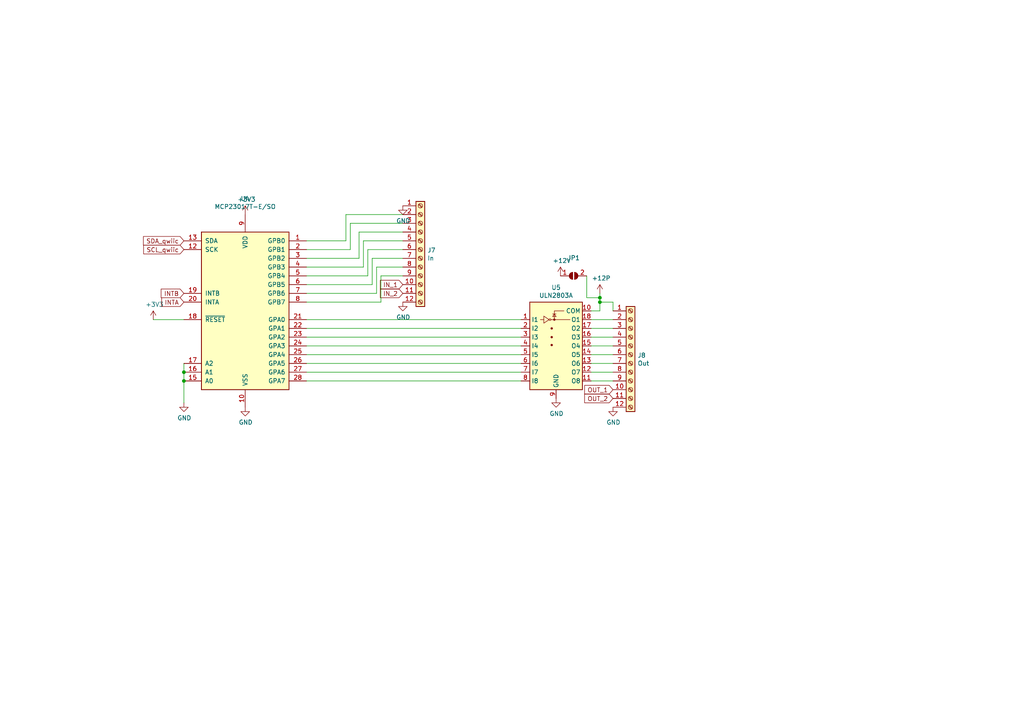
<source format=kicad_sch>
(kicad_sch (version 20230121) (generator eeschema)
  (paper "A4")
  (lib_symbols
    (symbol "CameraTriggerSensorNodeOnly-rescue:+3.3V-power" (power) (pin_names (offset 0))
      (property "Value" "+3.3V-power" (at 0 3.556 0))
      (symbol "+3.3V-power_0_1"
        (polyline (pts (xy -0.762 1.27) (xy 0 2.54)))
        (polyline (pts (xy 0 0) (xy 0 2.54)))
        (polyline (pts (xy 0 2.54) (xy 0.762 1.27)))
      )
      (symbol "+3.3V-power_1_1"
        (pin power_in line (at 0 0 90) (length 0) hide (name "+3V3") (number "1"))
      )
    )
    (symbol "Connector:Screw_Terminal_01x12" (pin_names (offset 1.016) hide)
      (property "Reference" "J" (at 0 15.24 0))
      (property "Value" "Screw_Terminal_01x12" (at 0 -17.78 0))
      (symbol "Screw_Terminal_01x12_1_1"
        (rectangle (start -1.27 13.97) (end 1.27 -16.51) (stroke (width 0.254)) (fill (type background)))
        (circle (center 0 -15.24) (radius 0.635) (stroke (width 0.1524)))
        (circle (center 0 -12.7) (radius 0.635) (stroke (width 0.1524)))
        (circle (center 0 -10.16) (radius 0.635) (stroke (width 0.1524)))
        (circle (center 0 -7.62) (radius 0.635) (stroke (width 0.1524)))
        (circle (center 0 -5.08) (radius 0.635) (stroke (width 0.1524)))
        (circle (center 0 -2.54) (radius 0.635) (stroke (width 0.1524)))
        (polyline (pts (xy -0.5334 -14.9098) (xy 0.3302 -15.748)) (stroke (width 0.1524)))
        (polyline (pts (xy -0.5334 -12.3698) (xy 0.3302 -13.208)) (stroke (width 0.1524)))
        (polyline (pts (xy -0.5334 -9.8298) (xy 0.3302 -10.668)) (stroke (width 0.1524)))
        (polyline (pts (xy -0.5334 -7.2898) (xy 0.3302 -8.128)) (stroke (width 0.1524)))
        (polyline (pts (xy -0.5334 -4.7498) (xy 0.3302 -5.588)) (stroke (width 0.1524)))
        (polyline (pts (xy -0.5334 -2.2098) (xy 0.3302 -3.048)) (stroke (width 0.1524)))
        (polyline (pts (xy -0.5334 0.3302) (xy 0.3302 -0.508)) (stroke (width 0.1524)))
        (polyline (pts (xy -0.5334 2.8702) (xy 0.3302 2.032)) (stroke (width 0.1524)))
        (polyline (pts (xy -0.5334 5.4102) (xy 0.3302 4.572)) (stroke (width 0.1524)))
        (polyline (pts (xy -0.5334 7.9502) (xy 0.3302 7.112)) (stroke (width 0.1524)))
        (polyline (pts (xy -0.5334 10.4902) (xy 0.3302 9.652)) (stroke (width 0.1524)))
        (polyline (pts (xy -0.5334 13.0302) (xy 0.3302 12.192)) (stroke (width 0.1524)))
        (polyline (pts (xy -0.3556 -14.732) (xy 0.508 -15.5702)) (stroke (width 0.1524)))
        (polyline (pts (xy -0.3556 -12.192) (xy 0.508 -13.0302)) (stroke (width 0.1524)))
        (polyline (pts (xy -0.3556 -9.652) (xy 0.508 -10.4902)) (stroke (width 0.1524)))
        (polyline (pts (xy -0.3556 -7.112) (xy 0.508 -7.9502)) (stroke (width 0.1524)))
        (polyline (pts (xy -0.3556 -4.572) (xy 0.508 -5.4102)) (stroke (width 0.1524)))
        (polyline (pts (xy -0.3556 -2.032) (xy 0.508 -2.8702)) (stroke (width 0.1524)))
        (polyline (pts (xy -0.3556 0.508) (xy 0.508 -0.3302)) (stroke (width 0.1524)))
        (polyline (pts (xy -0.3556 3.048) (xy 0.508 2.2098)) (stroke (width 0.1524)))
        (polyline (pts (xy -0.3556 5.588) (xy 0.508 4.7498)) (stroke (width 0.1524)))
        (polyline (pts (xy -0.3556 8.128) (xy 0.508 7.2898)) (stroke (width 0.1524)))
        (polyline (pts (xy -0.3556 10.668) (xy 0.508 9.8298)) (stroke (width 0.1524)))
        (polyline (pts (xy -0.3556 13.208) (xy 0.508 12.3698)) (stroke (width 0.1524)))
        (circle (center 0 0) (radius 0.635) (stroke (width 0.1524)))
        (circle (center 0 2.54) (radius 0.635) (stroke (width 0.1524)))
        (circle (center 0 5.08) (radius 0.635) (stroke (width 0.1524)))
        (circle (center 0 7.62) (radius 0.635) (stroke (width 0.1524)))
        (circle (center 0 10.16) (radius 0.635) (stroke (width 0.1524)))
        (circle (center 0 12.7) (radius 0.635) (stroke (width 0.1524)))
        (pin passive line (at -5.08 12.7 0) (length 3.81) (name "Pin_1") (number "1"))
        (pin passive line (at -5.08 -10.16 0) (length 3.81) (name "Pin_10") (number "10"))
        (pin passive line (at -5.08 -12.7 0) (length 3.81) (name "Pin_11") (number "11"))
        (pin passive line (at -5.08 -15.24 0) (length 3.81) (name "Pin_12") (number "12"))
        (pin passive line (at -5.08 10.16 0) (length 3.81) (name "Pin_2") (number "2"))
        (pin passive line (at -5.08 7.62 0) (length 3.81) (name "Pin_3") (number "3"))
        (pin passive line (at -5.08 5.08 0) (length 3.81) (name "Pin_4") (number "4"))
        (pin passive line (at -5.08 2.54 0) (length 3.81) (name "Pin_5") (number "5"))
        (pin passive line (at -5.08 0 0) (length 3.81) (name "Pin_6") (number "6"))
        (pin passive line (at -5.08 -2.54 0) (length 3.81) (name "Pin_7") (number "7"))
        (pin passive line (at -5.08 -5.08 0) (length 3.81) (name "Pin_8") (number "8"))
        (pin passive line (at -5.08 -7.62 0) (length 3.81) (name "Pin_9") (number "9"))
      )
    )
    (symbol "Interface_Expansion:MCP23017_SO" (pin_names (offset 1.016))
      (property "Reference" "U" (at -11.43 24.13 0))
      (property "Value" "MCP23017_SO" (at 0 0 0))
      (symbol "MCP23017_SO_0_1"
        (rectangle (start -12.7 22.86) (end 12.7 -22.86) (stroke (width 0.254)) (fill (type background)))
      )
      (symbol "MCP23017_SO_1_1"
        (pin bidirectional line (at 17.78 20.32 180) (length 5.08) (name "GPB0") (number "1"))
        (pin power_in line (at 0 -27.94 90) (length 5.08) (name "VSS") (number "10"))
        (pin no_connect line (at -12.7 15.24 0) (length 5.08) hide (name "NC") (number "11"))
        (pin input line (at -17.78 17.78 0) (length 5.08) (name "SCK") (number "12"))
        (pin bidirectional line (at -17.78 20.32 0) (length 5.08) (name "SDA") (number "13"))
        (pin no_connect line (at -12.7 12.7 0) (length 5.08) hide (name "NC") (number "14"))
        (pin input line (at -17.78 -20.32 0) (length 5.08) (name "A0") (number "15"))
        (pin input line (at -17.78 -17.78 0) (length 5.08) (name "A1") (number "16"))
        (pin input line (at -17.78 -15.24 0) (length 5.08) (name "A2") (number "17"))
        (pin input line (at -17.78 -2.54 0) (length 5.08) (name "~{RESET}") (number "18"))
        (pin tri_state line (at -17.78 5.08 0) (length 5.08) (name "INTB") (number "19"))
        (pin bidirectional line (at 17.78 17.78 180) (length 5.08) (name "GPB1") (number "2"))
        (pin tri_state line (at -17.78 2.54 0) (length 5.08) (name "INTA") (number "20"))
        (pin bidirectional line (at 17.78 -2.54 180) (length 5.08) (name "GPA0") (number "21"))
        (pin bidirectional line (at 17.78 -5.08 180) (length 5.08) (name "GPA1") (number "22"))
        (pin bidirectional line (at 17.78 -7.62 180) (length 5.08) (name "GPA2") (number "23"))
        (pin bidirectional line (at 17.78 -10.16 180) (length 5.08) (name "GPA3") (number "24"))
        (pin bidirectional line (at 17.78 -12.7 180) (length 5.08) (name "GPA4") (number "25"))
        (pin bidirectional line (at 17.78 -15.24 180) (length 5.08) (name "GPA5") (number "26"))
        (pin bidirectional line (at 17.78 -17.78 180) (length 5.08) (name "GPA6") (number "27"))
        (pin bidirectional line (at 17.78 -20.32 180) (length 5.08) (name "GPA7") (number "28"))
        (pin bidirectional line (at 17.78 15.24 180) (length 5.08) (name "GPB2") (number "3"))
        (pin bidirectional line (at 17.78 12.7 180) (length 5.08) (name "GPB3") (number "4"))
        (pin bidirectional line (at 17.78 10.16 180) (length 5.08) (name "GPB4") (number "5"))
        (pin bidirectional line (at 17.78 7.62 180) (length 5.08) (name "GPB5") (number "6"))
        (pin bidirectional line (at 17.78 5.08 180) (length 5.08) (name "GPB6") (number "7"))
        (pin bidirectional line (at 17.78 2.54 180) (length 5.08) (name "GPB7") (number "8"))
        (pin power_in line (at 0 27.94 270) (length 5.08) (name "VDD") (number "9"))
      )
    )
    (symbol "Jumper:SolderJumper_2_Open" (pin_names (offset 0) hide)
      (property "Reference" "JP" (at 0 2.032 0))
      (property "Value" "SolderJumper_2_Open" (at 0 -2.54 0))
      (symbol "SolderJumper_2_Open_0_1"
        (arc (start -0.254 1.016) (mid -1.2656 0) (end -0.254 -1.016))
        (arc (start -0.254 1.016) (mid -1.2656 0) (end -0.254 -1.016) (fill (type outline)))
        (polyline (pts (xy -0.254 1.016) (xy -0.254 -1.016)))
        (polyline (pts (xy 0.254 1.016) (xy 0.254 -1.016)))
        (arc (start 0.254 -1.016) (mid 1.2656 0) (end 0.254 1.016))
        (arc (start 0.254 -1.016) (mid 1.2656 0) (end 0.254 1.016) (fill (type outline)))
      )
      (symbol "SolderJumper_2_Open_1_1"
        (pin passive line (at -3.81 0 0) (length 2.54) (name "A") (number "1"))
        (pin passive line (at 3.81 0 180) (length 2.54) (name "B") (number "2"))
      )
    )
    (symbol "Transistor_Array:ULN2803A"
      (property "Reference" "U" (at 0 13.335 0))
      (property "Value" "ULN2803A" (at 0 11.43 0))
      (symbol "ULN2803A_0_1"
        (rectangle (start -7.62 -15.24) (end 7.62 10.16) (stroke (width 0.254)) (fill (type background)))
        (circle (center -1.778 5.08) (radius 0.254))
        (circle (center -1.27 -2.286) (radius 0.254) (fill (type outline)))
        (circle (center -1.27 0) (radius 0.254) (fill (type outline)))
        (circle (center -1.27 2.54) (radius 0.254) (fill (type outline)))
        (circle (center -0.508 5.08) (radius 0.254) (fill (type outline)))
        (polyline (pts (xy -4.572 5.08) (xy -3.556 5.08)))
        (polyline (pts (xy -1.524 5.08) (xy 4.064 5.08)))
        (polyline (pts (xy 0 6.731) (xy -1.016 6.731)))
        (polyline (pts (xy -0.508 5.08) (xy -0.508 7.62) (xy 2.286 7.62)))
        (polyline (pts (xy -3.556 6.096) (xy -3.556 4.064) (xy -2.032 5.08) (xy -3.556 6.096)))
        (polyline (pts (xy 0 5.969) (xy -1.016 5.969) (xy -0.508 6.731) (xy 0 5.969)))
      )
      (symbol "ULN2803A_1_1"
        (pin input line (at -10.16 5.08 0) (length 2.54) (name "I1") (number "1"))
        (pin passive line (at 10.16 7.62 180) (length 2.54) (name "COM") (number "10"))
        (pin open_collector line (at 10.16 -12.7 180) (length 2.54) (name "O8") (number "11"))
        (pin open_collector line (at 10.16 -10.16 180) (length 2.54) (name "O7") (number "12"))
        (pin open_collector line (at 10.16 -7.62 180) (length 2.54) (name "O6") (number "13"))
        (pin open_collector line (at 10.16 -5.08 180) (length 2.54) (name "O5") (number "14"))
        (pin open_collector line (at 10.16 -2.54 180) (length 2.54) (name "O4") (number "15"))
        (pin open_collector line (at 10.16 0 180) (length 2.54) (name "O3") (number "16"))
        (pin open_collector line (at 10.16 2.54 180) (length 2.54) (name "O2") (number "17"))
        (pin open_collector line (at 10.16 5.08 180) (length 2.54) (name "O1") (number "18"))
        (pin input line (at -10.16 2.54 0) (length 2.54) (name "I2") (number "2"))
        (pin input line (at -10.16 0 0) (length 2.54) (name "I3") (number "3"))
        (pin input line (at -10.16 -2.54 0) (length 2.54) (name "I4") (number "4"))
        (pin input line (at -10.16 -5.08 0) (length 2.54) (name "I5") (number "5"))
        (pin input line (at -10.16 -7.62 0) (length 2.54) (name "I6") (number "6"))
        (pin input line (at -10.16 -10.16 0) (length 2.54) (name "I7") (number "7"))
        (pin input line (at -10.16 -12.7 0) (length 2.54) (name "I8") (number "8"))
        (pin power_in line (at 0 -17.78 90) (length 2.54) (name "GND") (number "9"))
      )
    )
    (symbol "power:+12P" (power) (pin_names (offset 0))
      (property "Value" "+12P" (at 0 3.556 0))
      (symbol "+12P_0_1"
        (polyline (pts (xy -0.762 1.27) (xy 0 2.54)))
        (polyline (pts (xy 0 0) (xy 0 2.54)))
        (polyline (pts (xy 0 2.54) (xy 0.762 1.27)))
      )
      (symbol "+12P_1_1"
        (pin power_in line (at 0 0 90) (length 0) hide (name "+12P") (number "1"))
      )
    )
    (symbol "power:+12V" (power) (pin_names (offset 0))
      (property "Value" "+12V" (at 0 3.556 0))
      (symbol "+12V_0_1"
        (polyline (pts (xy -0.762 1.27) (xy 0 2.54)))
        (polyline (pts (xy 0 0) (xy 0 2.54)))
        (polyline (pts (xy 0 2.54) (xy 0.762 1.27)))
      )
      (symbol "+12V_1_1"
        (pin power_in line (at 0 0 90) (length 0) hide (name "+12V") (number "1"))
      )
    )
    (symbol "power:GND" (power) (pin_names (offset 0))
      (property "Value" "GND" (at 0 -3.81 0))
      (symbol "GND_0_1"
        (polyline (pts (xy 0 0) (xy 0 -1.27) (xy 1.27 -1.27) (xy 0 -2.54) (xy -1.27 -1.27) (xy 0 -1.27)))
      )
      (symbol "GND_1_1"
        (pin power_in line (at 0 0 270) (length 0) hide (name "GND") (number "1"))
      )
    )
  )
  (junction (at 173.99 87.63))
  (junction (at 173.99 86.36))
  (junction (at 53.34 110.49))
  (junction (at 53.34 107.95))
  (wire (pts (xy 104.14 74.93) (xy 104.14 67.31)))
  (wire (pts (xy 110.49 87.63) (xy 110.49 80.01)))
  (wire (pts (xy 109.22 85.09) (xy 109.22 77.47)))
  (wire (pts (xy 173.99 87.63) (xy 173.99 86.36)))
  (wire (pts (xy 106.68 72.39) (xy 116.84 72.39)))
  (wire (pts (xy 88.9 105.41) (xy 151.13 105.41)))
  (wire (pts (xy 88.9 97.79) (xy 151.13 97.79)))
  (wire (pts (xy 171.45 102.87) (xy 177.8 102.87)))
  (wire (pts (xy 173.99 90.17) (xy 173.99 87.63)))
  (wire (pts (xy 100.33 69.85) (xy 100.33 62.23)))
  (wire (pts (xy 88.9 77.47) (xy 105.41 77.47)))
  (wire (pts (xy 105.41 77.47) (xy 105.41 69.85)))
  (wire (pts (xy 88.9 82.55) (xy 107.95 82.55)))
  (wire (pts (xy 88.9 80.01) (xy 106.68 80.01)))
  (wire (pts (xy 100.33 62.23) (xy 116.84 62.23)))
  (wire (pts (xy 105.41 69.85) (xy 116.84 69.85)))
  (wire (pts (xy 171.45 100.33) (xy 177.8 100.33)))
  (wire (pts (xy 173.99 86.36) (xy 173.99 85.09)))
  (wire (pts (xy 170.18 80.01) (xy 170.18 86.36)))
  (wire (pts (xy 177.8 87.63) (xy 177.8 90.17)))
  (wire (pts (xy 44.45 92.71) (xy 53.34 92.71)))
  (wire (pts (xy 171.45 97.79) (xy 177.8 97.79)))
  (wire (pts (xy 107.95 82.55) (xy 107.95 74.93)))
  (wire (pts (xy 88.9 85.09) (xy 109.22 85.09)))
  (wire (pts (xy 171.45 105.41) (xy 177.8 105.41)))
  (wire (pts (xy 88.9 69.85) (xy 100.33 69.85)))
  (wire (pts (xy 88.9 95.25) (xy 151.13 95.25)))
  (wire (pts (xy 107.95 74.93) (xy 116.84 74.93)))
  (wire (pts (xy 173.99 87.63) (xy 177.8 87.63)))
  (wire (pts (xy 88.9 87.63) (xy 110.49 87.63)))
  (wire (pts (xy 88.9 100.33) (xy 151.13 100.33)))
  (wire (pts (xy 88.9 102.87) (xy 151.13 102.87)))
  (wire (pts (xy 101.6 72.39) (xy 101.6 64.77)))
  (wire (pts (xy 88.9 74.93) (xy 104.14 74.93)))
  (wire (pts (xy 101.6 64.77) (xy 116.84 64.77)))
  (wire (pts (xy 171.45 95.25) (xy 177.8 95.25)))
  (wire (pts (xy 171.45 107.95) (xy 177.8 107.95)))
  (wire (pts (xy 171.45 90.17) (xy 173.99 90.17)))
  (wire (pts (xy 106.68 80.01) (xy 106.68 72.39)))
  (wire (pts (xy 171.45 92.71) (xy 177.8 92.71)))
  (wire (pts (xy 109.22 77.47) (xy 116.84 77.47)))
  (wire (pts (xy 170.18 86.36) (xy 173.99 86.36)))
  (wire (pts (xy 171.45 110.49) (xy 177.8 110.49)))
  (wire (pts (xy 53.34 107.95) (xy 53.34 110.49)))
  (wire (pts (xy 88.9 92.71) (xy 151.13 92.71)))
  (wire (pts (xy 88.9 72.39) (xy 101.6 72.39)))
  (wire (pts (xy 53.34 110.49) (xy 53.34 116.84)))
  (wire (pts (xy 53.34 105.41) (xy 53.34 107.95)))
  (wire (pts (xy 104.14 67.31) (xy 116.84 67.31)))
  (wire (pts (xy 88.9 107.95) (xy 151.13 107.95)))
  (wire (pts (xy 110.49 80.01) (xy 116.84 80.01)))
  (wire (pts (xy 88.9 110.49) (xy 151.13 110.49)))
  (global_label "INTB" (shape input) (at 53.34 85.09 180) (property "Intersheetrefs" "${INTERSHEET_REFS}" (effects hide)))
  (global_label "SDA_qwiic" (shape input) (at 53.34 69.85 180) (property "Intersheetrefs" "${INTERSHEET_REFS}" (effects hide)))
  (global_label "SCL_qwiic" (shape input) (at 53.34 72.39 180) (property "Intersheetrefs" "${INTERSHEET_REFS}" (effects hide)))
  (global_label "OUT_1" (shape input) (at 177.8 113.03 180) (property "Intersheetrefs" "${INTERSHEET_REFS}" (effects hide)))
  (global_label "INTA" (shape input) (at 53.34 87.63 180) (property "Intersheetrefs" "${INTERSHEET_REFS}" (effects hide)))
  (global_label "OUT_2" (shape input) (at 177.8 115.57 180) (property "Intersheetrefs" "${INTERSHEET_REFS}" (effects hide)))
  (global_label "IN_2" (shape input) (at 116.84 85.09 180) (property "Intersheetrefs" "${INTERSHEET_REFS}" (effects hide)))
  (global_label "IN_1" (shape input) (at 116.84 82.55 180) (property "Intersheetrefs" "${INTERSHEET_REFS}" (effects hide)))
  (symbol (lib_id "Interface_Expansion:MCP23017_SO") (at 71.12 90.17 0) (unit 1)
    (property "Reference" "U4" (at 71.12 57.6326 0))
    (property "Value" "MCP23017T-E/SO" (at 71.12 59.944 0))
    (property "Footprint" "Package_SO:SOIC-28W_7.5x17.9mm_P1.27mm" (effects hide))
    (property "Datasheet" "http://ww1.microchip.com/downloads/en/DeviceDoc/20001952C.pdf" (effects hide))
    (property "LCSC" "C629440" (effects hide))
  )
  (symbol (lib_id "Transistor_Array:ULN2803A") (at 161.29 97.79 0) (unit 1)
    (property "Reference" "U5" (at 161.29 83.3882 0))
    (property "Value" "ULN2803A" (at 161.29 85.6996 0))
    (property "Footprint" "CameraTriggerPCB:SOIC127P1030X265-18N" (effects hide))
    (property "Datasheet" "http://www.ti.com/lit/ds/symlink/uln2803a.pdf" (effects hide))
    (property "LCSC" "C9683" (effects hide))
  )
  (symbol (lib_id "power:GND") (at 161.29 115.57 0) (unit 1)
    (property "Reference" "#PWR033" (effects hide))
    (property "Value" "GND" (at 161.417 119.9642 0))
  )
  (symbol (lib_id "CameraTriggerSensorNodeOnly-rescue:+3.3V-power") (at 71.12 62.23 0) (unit 1)
    (property "Reference" "#PWR031" (effects hide))
    (property "Value" "+3.3V" (at 71.501 57.8358 0))
  )
  (symbol (lib_id "CameraTriggerSensorNodeOnly-rescue:+3.3V-power") (at 44.45 92.71 0) (unit 1)
    (property "Reference" "#PWR029" (effects hide))
    (property "Value" "+3.3V" (at 44.831 88.3158 0))
  )
  (symbol (lib_id "power:GND") (at 53.34 116.84 0) (unit 1)
    (property "Reference" "#PWR030" (effects hide))
    (property "Value" "GND" (at 53.467 121.2342 0))
  )
  (symbol (lib_id "power:GND") (at 71.12 118.11 0) (unit 1)
    (property "Reference" "#PWR032" (effects hide))
    (property "Value" "GND" (at 71.247 122.5042 0))
  )
  (symbol (lib_id "Connector:Screw_Terminal_01x12") (at 121.92 72.39 0) (unit 1)
    (property "Reference" "J7" (at 123.952 72.5932 0) (effects (justify left)))
    (property "Value" "In" (at 123.952 74.9046 0) (effects (justify left)))
    (property "Footprint" "CameraTriggerPCB:TB00750812BE" (effects hide))
  )
  (symbol (lib_id "Connector:Screw_Terminal_01x12") (at 182.88 102.87 0) (unit 1)
    (property "Reference" "J8" (at 184.912 103.0732 0) (effects (justify left)))
    (property "Value" "Out" (at 184.912 105.3846 0) (effects (justify left)))
    (property "Footprint" "CameraTriggerPCB:TB00750812BE" (effects hide))
  )
  (symbol (lib_id "power:GND") (at 177.8 118.11 0) (unit 1)
    (property "Reference" "#PWR043" (effects hide))
    (property "Value" "GND" (at 177.927 122.5042 0))
  )
  (symbol (lib_id "power:GND") (at 116.84 59.69 0) (unit 1)
    (property "Reference" "#PWR036" (effects hide))
    (property "Value" "GND" (at 116.967 64.0842 0))
  )
  (symbol (lib_id "power:GND") (at 116.84 87.63 0) (unit 1)
    (property "Reference" "#PWR037" (effects hide))
    (property "Value" "GND" (at 116.967 92.0242 0))
  )
  (symbol (lib_id "power:+12P") (at 173.99 85.09 0) (unit 1)
    (property "Reference" "#PWR034" (effects hide))
    (property "Value" "+12P" (at 174.371 80.6958 0))
  )
  (symbol (lib_id "Jumper:SolderJumper_2_Open") (at 166.37 80.01 0) (unit 1)
    (property "Reference" "JP1" (at 166.37 74.803 0))
    (property "Value" " " (at 166.37 77.1144 0))
    (property "Footprint" "Jumper:SolderJumper-2_P1.3mm_Open_TrianglePad1.0x1.5mm" (effects hide))
  )
  (symbol (lib_id "power:+12V") (at 162.56 80.01 0) (unit 1)
    (property "Reference" "#PWR046" (effects hide))
    (property "Value" "+12V" (at 162.941 75.6158 0))
  )
)
</source>
